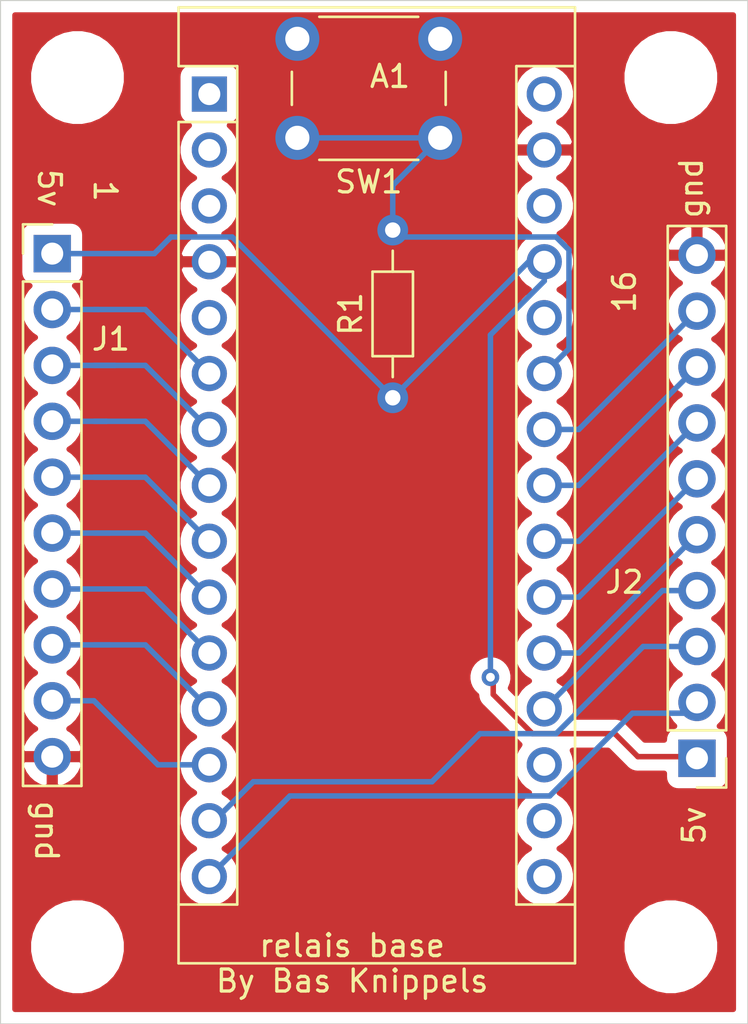
<source format=kicad_pcb>
(kicad_pcb (version 20171130) (host pcbnew "(5.1.12)-1")

  (general
    (thickness 1.6)
    (drawings 11)
    (tracks 82)
    (zones 0)
    (modules 9)
    (nets 30)
  )

  (page A4)
  (layers
    (0 F.Cu signal)
    (31 B.Cu signal)
    (32 B.Adhes user)
    (33 F.Adhes user)
    (34 B.Paste user)
    (35 F.Paste user)
    (36 B.SilkS user)
    (37 F.SilkS user)
    (38 B.Mask user)
    (39 F.Mask user)
    (40 Dwgs.User user)
    (41 Cmts.User user)
    (42 Eco1.User user)
    (43 Eco2.User user)
    (44 Edge.Cuts user)
    (45 Margin user)
    (46 B.CrtYd user)
    (47 F.CrtYd user)
    (48 B.Fab user hide)
    (49 F.Fab user hide)
  )

  (setup
    (last_trace_width 0.25)
    (trace_clearance 0.2)
    (zone_clearance 0.508)
    (zone_45_only no)
    (trace_min 0.2)
    (via_size 0.8)
    (via_drill 0.4)
    (via_min_size 0.4)
    (via_min_drill 0.3)
    (uvia_size 0.3)
    (uvia_drill 0.1)
    (uvias_allowed no)
    (uvia_min_size 0.2)
    (uvia_min_drill 0.1)
    (edge_width 0.05)
    (segment_width 0.2)
    (pcb_text_width 0.3)
    (pcb_text_size 1.5 1.5)
    (mod_edge_width 0.12)
    (mod_text_size 1 1)
    (mod_text_width 0.15)
    (pad_size 1.524 1.524)
    (pad_drill 0.762)
    (pad_to_mask_clearance 0)
    (aux_axis_origin 0 0)
    (visible_elements 7FFFFFFF)
    (pcbplotparams
      (layerselection 0x010fc_ffffffff)
      (usegerberextensions false)
      (usegerberattributes true)
      (usegerberadvancedattributes true)
      (creategerberjobfile true)
      (excludeedgelayer true)
      (linewidth 0.100000)
      (plotframeref false)
      (viasonmask false)
      (mode 1)
      (useauxorigin false)
      (hpglpennumber 1)
      (hpglpenspeed 20)
      (hpglpendiameter 15.000000)
      (psnegative false)
      (psa4output false)
      (plotreference true)
      (plotvalue true)
      (plotinvisibletext false)
      (padsonsilk false)
      (subtractmaskfromsilk false)
      (outputformat 1)
      (mirror false)
      (drillshape 1)
      (scaleselection 1)
      (outputdirectory ""))
  )

  (net 0 "")
  (net 1 "Net-(A1-Pad16)")
  (net 2 /in10)
  (net 3 "Net-(A1-Pad30)")
  (net 4 /in9)
  (net 5 GND)
  (net 6 /in8)
  (net 7 "Net-(A1-Pad28)")
  (net 8 /in7)
  (net 9 +5V)
  (net 10 /in6)
  (net 11 "Net-(A1-Pad26)")
  (net 12 /in5)
  (net 13 "Net-(A1-Pad25)")
  (net 14 /in4)
  (net 15 /in11)
  (net 16 /in3)
  (net 17 /in12)
  (net 18 /in2)
  (net 19 /in13)
  (net 20 /in1)
  (net 21 /in14)
  (net 22 "Net-(A1-Pad5)")
  (net 23 /in15)
  (net 24 /in16)
  (net 25 "Net-(A1-Pad3)")
  (net 26 "Net-(A1-Pad18)")
  (net 27 "Net-(A1-Pad2)")
  (net 28 "Net-(A1-Pad17)")
  (net 29 "Net-(A1-Pad1)")

  (net_class Default "This is the default net class."
    (clearance 0.2)
    (trace_width 0.25)
    (via_dia 0.8)
    (via_drill 0.4)
    (uvia_dia 0.3)
    (uvia_drill 0.1)
    (add_net +5V)
    (add_net /in1)
    (add_net /in10)
    (add_net /in11)
    (add_net /in12)
    (add_net /in13)
    (add_net /in14)
    (add_net /in15)
    (add_net /in16)
    (add_net /in2)
    (add_net /in3)
    (add_net /in4)
    (add_net /in5)
    (add_net /in6)
    (add_net /in7)
    (add_net /in8)
    (add_net /in9)
    (add_net GND)
    (add_net "Net-(A1-Pad1)")
    (add_net "Net-(A1-Pad16)")
    (add_net "Net-(A1-Pad17)")
    (add_net "Net-(A1-Pad18)")
    (add_net "Net-(A1-Pad2)")
    (add_net "Net-(A1-Pad25)")
    (add_net "Net-(A1-Pad26)")
    (add_net "Net-(A1-Pad28)")
    (add_net "Net-(A1-Pad3)")
    (add_net "Net-(A1-Pad30)")
    (add_net "Net-(A1-Pad5)")
  )

  (module Button_Switch_THT:SW_PUSH_6mm_H4.3mm (layer F.Cu) (tedit 5A02FE31) (tstamp 6231092A)
    (at 167.005 78.74 180)
    (descr "tactile push button, 6x6mm e.g. PHAP33xx series, height=4.3mm")
    (tags "tact sw push 6mm")
    (path /6233BABC)
    (fp_text reference SW1 (at 3.25 -2) (layer F.SilkS)
      (effects (font (size 1 1) (thickness 0.15)))
    )
    (fp_text value SW_SPST (at 3.75 6.7) (layer F.Fab)
      (effects (font (size 1 1) (thickness 0.15)))
    )
    (fp_text user %R (at 3.25 2.25) (layer F.Fab)
      (effects (font (size 1 1) (thickness 0.15)))
    )
    (fp_line (start 3.25 -0.75) (end 6.25 -0.75) (layer F.Fab) (width 0.1))
    (fp_line (start 6.25 -0.75) (end 6.25 5.25) (layer F.Fab) (width 0.1))
    (fp_line (start 6.25 5.25) (end 0.25 5.25) (layer F.Fab) (width 0.1))
    (fp_line (start 0.25 5.25) (end 0.25 -0.75) (layer F.Fab) (width 0.1))
    (fp_line (start 0.25 -0.75) (end 3.25 -0.75) (layer F.Fab) (width 0.1))
    (fp_line (start 7.75 6) (end 8 6) (layer F.CrtYd) (width 0.05))
    (fp_line (start 8 6) (end 8 5.75) (layer F.CrtYd) (width 0.05))
    (fp_line (start 7.75 -1.5) (end 8 -1.5) (layer F.CrtYd) (width 0.05))
    (fp_line (start 8 -1.5) (end 8 -1.25) (layer F.CrtYd) (width 0.05))
    (fp_line (start -1.5 -1.25) (end -1.5 -1.5) (layer F.CrtYd) (width 0.05))
    (fp_line (start -1.5 -1.5) (end -1.25 -1.5) (layer F.CrtYd) (width 0.05))
    (fp_line (start -1.5 5.75) (end -1.5 6) (layer F.CrtYd) (width 0.05))
    (fp_line (start -1.5 6) (end -1.25 6) (layer F.CrtYd) (width 0.05))
    (fp_line (start -1.25 -1.5) (end 7.75 -1.5) (layer F.CrtYd) (width 0.05))
    (fp_line (start -1.5 5.75) (end -1.5 -1.25) (layer F.CrtYd) (width 0.05))
    (fp_line (start 7.75 6) (end -1.25 6) (layer F.CrtYd) (width 0.05))
    (fp_line (start 8 -1.25) (end 8 5.75) (layer F.CrtYd) (width 0.05))
    (fp_line (start 1 5.5) (end 5.5 5.5) (layer F.SilkS) (width 0.12))
    (fp_line (start -0.25 1.5) (end -0.25 3) (layer F.SilkS) (width 0.12))
    (fp_line (start 5.5 -1) (end 1 -1) (layer F.SilkS) (width 0.12))
    (fp_line (start 6.75 3) (end 6.75 1.5) (layer F.SilkS) (width 0.12))
    (fp_circle (center 3.25 2.25) (end 1.25 2.5) (layer F.Fab) (width 0.1))
    (pad 1 thru_hole circle (at 6.5 0 270) (size 2 2) (drill 1.1) (layers *.Cu *.Mask)
      (net 13 "Net-(A1-Pad25)"))
    (pad 2 thru_hole circle (at 6.5 4.5 270) (size 2 2) (drill 1.1) (layers *.Cu *.Mask)
      (net 5 GND))
    (pad 1 thru_hole circle (at 0 0 270) (size 2 2) (drill 1.1) (layers *.Cu *.Mask)
      (net 13 "Net-(A1-Pad25)"))
    (pad 2 thru_hole circle (at 0 4.5 270) (size 2 2) (drill 1.1) (layers *.Cu *.Mask)
      (net 5 GND))
    (model ${KISYS3DMOD}/Button_Switch_THT.3dshapes/SW_PUSH_6mm_H4.3mm.wrl
      (at (xyz 0 0 0))
      (scale (xyz 1 1 1))
      (rotate (xyz 0 0 0))
    )
  )

  (module Resistor_THT:R_Axial_DIN0204_L3.6mm_D1.6mm_P7.62mm_Horizontal (layer F.Cu) (tedit 5AE5139B) (tstamp 62310650)
    (at 164.846 90.551 90)
    (descr "Resistor, Axial_DIN0204 series, Axial, Horizontal, pin pitch=7.62mm, 0.167W, length*diameter=3.6*1.6mm^2, http://cdn-reichelt.de/documents/datenblatt/B400/1_4W%23YAG.pdf")
    (tags "Resistor Axial_DIN0204 series Axial Horizontal pin pitch 7.62mm 0.167W length 3.6mm diameter 1.6mm")
    (path /62335F83)
    (fp_text reference R1 (at 3.81 -1.92 90) (layer F.SilkS)
      (effects (font (size 1 1) (thickness 0.15)))
    )
    (fp_text value R (at 3.81 1.92 90) (layer F.Fab)
      (effects (font (size 1 1) (thickness 0.15)))
    )
    (fp_text user %R (at 3.81 0 90) (layer F.Fab)
      (effects (font (size 0.72 0.72) (thickness 0.108)))
    )
    (fp_line (start 2.01 -0.8) (end 2.01 0.8) (layer F.Fab) (width 0.1))
    (fp_line (start 2.01 0.8) (end 5.61 0.8) (layer F.Fab) (width 0.1))
    (fp_line (start 5.61 0.8) (end 5.61 -0.8) (layer F.Fab) (width 0.1))
    (fp_line (start 5.61 -0.8) (end 2.01 -0.8) (layer F.Fab) (width 0.1))
    (fp_line (start 0 0) (end 2.01 0) (layer F.Fab) (width 0.1))
    (fp_line (start 7.62 0) (end 5.61 0) (layer F.Fab) (width 0.1))
    (fp_line (start 1.89 -0.92) (end 1.89 0.92) (layer F.SilkS) (width 0.12))
    (fp_line (start 1.89 0.92) (end 5.73 0.92) (layer F.SilkS) (width 0.12))
    (fp_line (start 5.73 0.92) (end 5.73 -0.92) (layer F.SilkS) (width 0.12))
    (fp_line (start 5.73 -0.92) (end 1.89 -0.92) (layer F.SilkS) (width 0.12))
    (fp_line (start 0.94 0) (end 1.89 0) (layer F.SilkS) (width 0.12))
    (fp_line (start 6.68 0) (end 5.73 0) (layer F.SilkS) (width 0.12))
    (fp_line (start -0.95 -1.05) (end -0.95 1.05) (layer F.CrtYd) (width 0.05))
    (fp_line (start -0.95 1.05) (end 8.57 1.05) (layer F.CrtYd) (width 0.05))
    (fp_line (start 8.57 1.05) (end 8.57 -1.05) (layer F.CrtYd) (width 0.05))
    (fp_line (start 8.57 -1.05) (end -0.95 -1.05) (layer F.CrtYd) (width 0.05))
    (pad 2 thru_hole oval (at 7.62 0 90) (size 1.4 1.4) (drill 0.7) (layers *.Cu *.Mask)
      (net 13 "Net-(A1-Pad25)"))
    (pad 1 thru_hole circle (at 0 0 90) (size 1.4 1.4) (drill 0.7) (layers *.Cu *.Mask)
      (net 9 +5V))
    (model ${KISYS3DMOD}/Resistor_THT.3dshapes/R_Axial_DIN0204_L3.6mm_D1.6mm_P7.62mm_Horizontal.wrl
      (at (xyz 0 0 0))
      (scale (xyz 1 1 1))
      (rotate (xyz 0 0 0))
    )
  )

  (module MountingHole:MountingHole_3.2mm_M3 (layer F.Cu) (tedit 56D1B4CB) (tstamp 6230C326)
    (at 150.5 76)
    (descr "Mounting Hole 3.2mm, no annular, M3")
    (tags "mounting hole 3.2mm no annular m3")
    (attr virtual)
    (fp_text reference REF** (at 0 -4.2) (layer F.Fab)
      (effects (font (size 1 1) (thickness 0.15)))
    )
    (fp_text value MountingHole_3.2mm_M3 (at 0 4.2) (layer F.Fab)
      (effects (font (size 1 1) (thickness 0.15)))
    )
    (fp_circle (center 0 0) (end 3.45 0) (layer F.CrtYd) (width 0.05))
    (fp_circle (center 0 0) (end 3.2 0) (layer Cmts.User) (width 0.15))
    (fp_text user %R (at 0.3 0) (layer F.Fab)
      (effects (font (size 1 1) (thickness 0.15)))
    )
    (pad 1 np_thru_hole circle (at 0 0) (size 3.2 3.2) (drill 3.2) (layers *.Cu *.Mask))
  )

  (module MountingHole:MountingHole_3.2mm_M3 (layer F.Cu) (tedit 56D1B4CB) (tstamp 6230C326)
    (at 150.5 115.5)
    (descr "Mounting Hole 3.2mm, no annular, M3")
    (tags "mounting hole 3.2mm no annular m3")
    (attr virtual)
    (fp_text reference REF** (at 0 -4.2) (layer F.Fab)
      (effects (font (size 1 1) (thickness 0.15)))
    )
    (fp_text value MountingHole_3.2mm_M3 (at 0 4.2) (layer F.Fab)
      (effects (font (size 1 1) (thickness 0.15)))
    )
    (fp_circle (center 0 0) (end 3.45 0) (layer F.CrtYd) (width 0.05))
    (fp_circle (center 0 0) (end 3.2 0) (layer Cmts.User) (width 0.15))
    (fp_text user %R (at 0.3 0) (layer F.Fab)
      (effects (font (size 1 1) (thickness 0.15)))
    )
    (pad 1 np_thru_hole circle (at 0 0) (size 3.2 3.2) (drill 3.2) (layers *.Cu *.Mask))
  )

  (module MountingHole:MountingHole_3.2mm_M3 (layer F.Cu) (tedit 56D1B4CB) (tstamp 6230C326)
    (at 177.5 115.5)
    (descr "Mounting Hole 3.2mm, no annular, M3")
    (tags "mounting hole 3.2mm no annular m3")
    (attr virtual)
    (fp_text reference REF** (at 0 -4.2) (layer F.Fab)
      (effects (font (size 1 1) (thickness 0.15)))
    )
    (fp_text value MountingHole_3.2mm_M3 (at 0 4.2) (layer F.Fab)
      (effects (font (size 1 1) (thickness 0.15)))
    )
    (fp_circle (center 0 0) (end 3.45 0) (layer F.CrtYd) (width 0.05))
    (fp_circle (center 0 0) (end 3.2 0) (layer Cmts.User) (width 0.15))
    (fp_text user %R (at 0.3 0) (layer F.Fab)
      (effects (font (size 1 1) (thickness 0.15)))
    )
    (pad 1 np_thru_hole circle (at 0 0) (size 3.2 3.2) (drill 3.2) (layers *.Cu *.Mask))
  )

  (module MountingHole:MountingHole_3.2mm_M3 (layer F.Cu) (tedit 56D1B4CB) (tstamp 6230C31C)
    (at 177.5 76)
    (descr "Mounting Hole 3.2mm, no annular, M3")
    (tags "mounting hole 3.2mm no annular m3")
    (attr virtual)
    (fp_text reference REF** (at 0 -4.2) (layer F.Fab)
      (effects (font (size 1 1) (thickness 0.15)))
    )
    (fp_text value MountingHole_3.2mm_M3 (at 0 4.2) (layer F.Fab)
      (effects (font (size 1 1) (thickness 0.15)))
    )
    (fp_circle (center 0 0) (end 3.45 0) (layer F.CrtYd) (width 0.05))
    (fp_circle (center 0 0) (end 3.2 0) (layer Cmts.User) (width 0.15))
    (fp_text user %R (at 0.3 0) (layer F.Fab)
      (effects (font (size 1 1) (thickness 0.15)))
    )
    (pad 1 np_thru_hole circle (at 0 0) (size 3.2 3.2) (drill 3.2) (layers *.Cu *.Mask))
  )

  (module Connector_PinHeader_2.54mm:PinHeader_1x10_P2.54mm_Vertical (layer F.Cu) (tedit 59FED5CC) (tstamp 6230B3A3)
    (at 178.689 106.934 180)
    (descr "Through hole straight pin header, 1x10, 2.54mm pitch, single row")
    (tags "Through hole pin header THT 1x10 2.54mm single row")
    (path /62310C72)
    (fp_text reference J2 (at 3.302 8.001) (layer F.SilkS)
      (effects (font (size 1 1) (thickness 0.15)))
    )
    (fp_text value Conn_01x10_Male (at 0 25.19) (layer F.Fab)
      (effects (font (size 1 1) (thickness 0.15)))
    )
    (fp_line (start 1.8 -1.8) (end -1.8 -1.8) (layer F.CrtYd) (width 0.05))
    (fp_line (start 1.8 24.65) (end 1.8 -1.8) (layer F.CrtYd) (width 0.05))
    (fp_line (start -1.8 24.65) (end 1.8 24.65) (layer F.CrtYd) (width 0.05))
    (fp_line (start -1.8 -1.8) (end -1.8 24.65) (layer F.CrtYd) (width 0.05))
    (fp_line (start -1.33 -1.33) (end 0 -1.33) (layer F.SilkS) (width 0.12))
    (fp_line (start -1.33 0) (end -1.33 -1.33) (layer F.SilkS) (width 0.12))
    (fp_line (start -1.33 1.27) (end 1.33 1.27) (layer F.SilkS) (width 0.12))
    (fp_line (start 1.33 1.27) (end 1.33 24.19) (layer F.SilkS) (width 0.12))
    (fp_line (start -1.33 1.27) (end -1.33 24.19) (layer F.SilkS) (width 0.12))
    (fp_line (start -1.33 24.19) (end 1.33 24.19) (layer F.SilkS) (width 0.12))
    (fp_line (start -1.27 -0.635) (end -0.635 -1.27) (layer F.Fab) (width 0.1))
    (fp_line (start -1.27 24.13) (end -1.27 -0.635) (layer F.Fab) (width 0.1))
    (fp_line (start 1.27 24.13) (end -1.27 24.13) (layer F.Fab) (width 0.1))
    (fp_line (start 1.27 -1.27) (end 1.27 24.13) (layer F.Fab) (width 0.1))
    (fp_line (start -0.635 -1.27) (end 1.27 -1.27) (layer F.Fab) (width 0.1))
    (fp_text user %R (at 0 11.43 90) (layer F.Fab)
      (effects (font (size 1 1) (thickness 0.15)))
    )
    (pad 10 thru_hole oval (at 0 22.86 180) (size 1.7 1.7) (drill 1) (layers *.Cu *.Mask)
      (net 5 GND))
    (pad 9 thru_hole oval (at 0 20.32 180) (size 1.7 1.7) (drill 1) (layers *.Cu *.Mask)
      (net 4 /in9))
    (pad 8 thru_hole oval (at 0 17.78 180) (size 1.7 1.7) (drill 1) (layers *.Cu *.Mask)
      (net 2 /in10))
    (pad 7 thru_hole oval (at 0 15.24 180) (size 1.7 1.7) (drill 1) (layers *.Cu *.Mask)
      (net 15 /in11))
    (pad 6 thru_hole oval (at 0 12.7 180) (size 1.7 1.7) (drill 1) (layers *.Cu *.Mask)
      (net 17 /in12))
    (pad 5 thru_hole oval (at 0 10.16 180) (size 1.7 1.7) (drill 1) (layers *.Cu *.Mask)
      (net 19 /in13))
    (pad 4 thru_hole oval (at 0 7.62 180) (size 1.7 1.7) (drill 1) (layers *.Cu *.Mask)
      (net 21 /in14))
    (pad 3 thru_hole oval (at 0 5.08 180) (size 1.7 1.7) (drill 1) (layers *.Cu *.Mask)
      (net 23 /in15))
    (pad 2 thru_hole oval (at 0 2.54 180) (size 1.7 1.7) (drill 1) (layers *.Cu *.Mask)
      (net 24 /in16))
    (pad 1 thru_hole rect (at 0 0 180) (size 1.7 1.7) (drill 1) (layers *.Cu *.Mask)
      (net 9 +5V))
    (model ${KISYS3DMOD}/Connector_PinHeader_2.54mm.3dshapes/PinHeader_1x10_P2.54mm_Vertical.wrl
      (at (xyz 0 0 0))
      (scale (xyz 1 1 1))
      (rotate (xyz 0 0 0))
    )
  )

  (module Connector_PinHeader_2.54mm:PinHeader_1x10_P2.54mm_Vertical (layer F.Cu) (tedit 59FED5CC) (tstamp 6230B385)
    (at 149.352 84)
    (descr "Through hole straight pin header, 1x10, 2.54mm pitch, single row")
    (tags "Through hole pin header THT 1x10 2.54mm single row")
    (path /6230664F)
    (fp_text reference J1 (at 2.667 3.884) (layer F.SilkS)
      (effects (font (size 1 1) (thickness 0.15)))
    )
    (fp_text value Conn_01x10_Male (at 0 25.19) (layer F.Fab)
      (effects (font (size 1 1) (thickness 0.15)))
    )
    (fp_line (start 1.8 -1.8) (end -1.8 -1.8) (layer F.CrtYd) (width 0.05))
    (fp_line (start 1.8 24.65) (end 1.8 -1.8) (layer F.CrtYd) (width 0.05))
    (fp_line (start -1.8 24.65) (end 1.8 24.65) (layer F.CrtYd) (width 0.05))
    (fp_line (start -1.8 -1.8) (end -1.8 24.65) (layer F.CrtYd) (width 0.05))
    (fp_line (start -1.33 -1.33) (end 0 -1.33) (layer F.SilkS) (width 0.12))
    (fp_line (start -1.33 0) (end -1.33 -1.33) (layer F.SilkS) (width 0.12))
    (fp_line (start -1.33 1.27) (end 1.33 1.27) (layer F.SilkS) (width 0.12))
    (fp_line (start 1.33 1.27) (end 1.33 24.19) (layer F.SilkS) (width 0.12))
    (fp_line (start -1.33 1.27) (end -1.33 24.19) (layer F.SilkS) (width 0.12))
    (fp_line (start -1.33 24.19) (end 1.33 24.19) (layer F.SilkS) (width 0.12))
    (fp_line (start -1.27 -0.635) (end -0.635 -1.27) (layer F.Fab) (width 0.1))
    (fp_line (start -1.27 24.13) (end -1.27 -0.635) (layer F.Fab) (width 0.1))
    (fp_line (start 1.27 24.13) (end -1.27 24.13) (layer F.Fab) (width 0.1))
    (fp_line (start 1.27 -1.27) (end 1.27 24.13) (layer F.Fab) (width 0.1))
    (fp_line (start -0.635 -1.27) (end 1.27 -1.27) (layer F.Fab) (width 0.1))
    (fp_text user %R (at -1.03 11.7 90) (layer F.Fab)
      (effects (font (size 1 1) (thickness 0.15)))
    )
    (pad 10 thru_hole oval (at 0 22.86) (size 1.7 1.7) (drill 1) (layers *.Cu *.Mask)
      (net 5 GND))
    (pad 9 thru_hole oval (at 0 20.32) (size 1.7 1.7) (drill 1) (layers *.Cu *.Mask)
      (net 20 /in1))
    (pad 8 thru_hole oval (at 0 17.78) (size 1.7 1.7) (drill 1) (layers *.Cu *.Mask)
      (net 18 /in2))
    (pad 7 thru_hole oval (at 0 15.24) (size 1.7 1.7) (drill 1) (layers *.Cu *.Mask)
      (net 16 /in3))
    (pad 6 thru_hole oval (at 0 12.7) (size 1.7 1.7) (drill 1) (layers *.Cu *.Mask)
      (net 14 /in4))
    (pad 5 thru_hole oval (at 0 10.16) (size 1.7 1.7) (drill 1) (layers *.Cu *.Mask)
      (net 12 /in5))
    (pad 4 thru_hole oval (at 0 7.62) (size 1.7 1.7) (drill 1) (layers *.Cu *.Mask)
      (net 10 /in6))
    (pad 3 thru_hole oval (at 0 5.08) (size 1.7 1.7) (drill 1) (layers *.Cu *.Mask)
      (net 8 /in7))
    (pad 2 thru_hole oval (at 0 2.54) (size 1.7 1.7) (drill 1) (layers *.Cu *.Mask)
      (net 6 /in8))
    (pad 1 thru_hole rect (at 0 0) (size 1.7 1.7) (drill 1) (layers *.Cu *.Mask)
      (net 9 +5V))
    (model ${KISYS3DMOD}/Connector_PinHeader_2.54mm.3dshapes/PinHeader_1x10_P2.54mm_Vertical.wrl
      (at (xyz 0 0 0))
      (scale (xyz 1 1 1))
      (rotate (xyz 0 0 0))
    )
  )

  (module Module:Arduino_Nano (layer F.Cu) (tedit 58ACAF70) (tstamp 62305519)
    (at 156.5 76.75)
    (descr "Arduino Nano, http://www.mouser.com/pdfdocs/Gravitech_Arduino_Nano3_0.pdf")
    (tags "Arduino Nano")
    (path /6230B0FB)
    (fp_text reference A1 (at 8.219 -0.804) (layer F.SilkS)
      (effects (font (size 1 1) (thickness 0.15)))
    )
    (fp_text value Arduino_Nano_v3.x (at 8.89 19.05 90) (layer F.Fab)
      (effects (font (size 1 1) (thickness 0.15)))
    )
    (fp_line (start 16.75 42.16) (end -1.53 42.16) (layer F.CrtYd) (width 0.05))
    (fp_line (start 16.75 42.16) (end 16.75 -4.06) (layer F.CrtYd) (width 0.05))
    (fp_line (start -1.53 -4.06) (end -1.53 42.16) (layer F.CrtYd) (width 0.05))
    (fp_line (start -1.53 -4.06) (end 16.75 -4.06) (layer F.CrtYd) (width 0.05))
    (fp_line (start 16.51 -3.81) (end 16.51 39.37) (layer F.Fab) (width 0.1))
    (fp_line (start 0 -3.81) (end 16.51 -3.81) (layer F.Fab) (width 0.1))
    (fp_line (start -1.27 -2.54) (end 0 -3.81) (layer F.Fab) (width 0.1))
    (fp_line (start -1.27 39.37) (end -1.27 -2.54) (layer F.Fab) (width 0.1))
    (fp_line (start 16.51 39.37) (end -1.27 39.37) (layer F.Fab) (width 0.1))
    (fp_line (start 16.64 -3.94) (end -1.4 -3.94) (layer F.SilkS) (width 0.12))
    (fp_line (start 16.64 39.5) (end 16.64 -3.94) (layer F.SilkS) (width 0.12))
    (fp_line (start -1.4 39.5) (end 16.64 39.5) (layer F.SilkS) (width 0.12))
    (fp_line (start 3.81 41.91) (end 3.81 31.75) (layer F.Fab) (width 0.1))
    (fp_line (start 11.43 41.91) (end 3.81 41.91) (layer F.Fab) (width 0.1))
    (fp_line (start 11.43 31.75) (end 11.43 41.91) (layer F.Fab) (width 0.1))
    (fp_line (start 3.81 31.75) (end 11.43 31.75) (layer F.Fab) (width 0.1))
    (fp_line (start 1.27 36.83) (end -1.4 36.83) (layer F.SilkS) (width 0.12))
    (fp_line (start 1.27 1.27) (end 1.27 36.83) (layer F.SilkS) (width 0.12))
    (fp_line (start 1.27 1.27) (end -1.4 1.27) (layer F.SilkS) (width 0.12))
    (fp_line (start 13.97 36.83) (end 16.64 36.83) (layer F.SilkS) (width 0.12))
    (fp_line (start 13.97 -1.27) (end 13.97 36.83) (layer F.SilkS) (width 0.12))
    (fp_line (start 13.97 -1.27) (end 16.64 -1.27) (layer F.SilkS) (width 0.12))
    (fp_line (start -1.4 -3.94) (end -1.4 -1.27) (layer F.SilkS) (width 0.12))
    (fp_line (start -1.4 1.27) (end -1.4 39.5) (layer F.SilkS) (width 0.12))
    (fp_line (start 1.27 -1.27) (end -1.4 -1.27) (layer F.SilkS) (width 0.12))
    (fp_line (start 1.27 1.27) (end 1.27 -1.27) (layer F.SilkS) (width 0.12))
    (fp_text user %R (at 6.35 19.05 90) (layer F.Fab)
      (effects (font (size 1 1) (thickness 0.15)))
    )
    (pad 16 thru_hole oval (at 15.24 35.56) (size 1.6 1.6) (drill 1) (layers *.Cu *.Mask)
      (net 1 "Net-(A1-Pad16)"))
    (pad 15 thru_hole oval (at 0 35.56) (size 1.6 1.6) (drill 1) (layers *.Cu *.Mask)
      (net 24 /in16))
    (pad 30 thru_hole oval (at 15.24 0) (size 1.6 1.6) (drill 1) (layers *.Cu *.Mask)
      (net 3 "Net-(A1-Pad30)"))
    (pad 14 thru_hole oval (at 0 33.02) (size 1.6 1.6) (drill 1) (layers *.Cu *.Mask)
      (net 23 /in15))
    (pad 29 thru_hole oval (at 15.24 2.54) (size 1.6 1.6) (drill 1) (layers *.Cu *.Mask)
      (net 5 GND))
    (pad 13 thru_hole oval (at 0 30.48) (size 1.6 1.6) (drill 1) (layers *.Cu *.Mask)
      (net 20 /in1))
    (pad 28 thru_hole oval (at 15.24 5.08) (size 1.6 1.6) (drill 1) (layers *.Cu *.Mask)
      (net 7 "Net-(A1-Pad28)"))
    (pad 12 thru_hole oval (at 0 27.94) (size 1.6 1.6) (drill 1) (layers *.Cu *.Mask)
      (net 18 /in2))
    (pad 27 thru_hole oval (at 15.24 7.62) (size 1.6 1.6) (drill 1) (layers *.Cu *.Mask)
      (net 9 +5V))
    (pad 11 thru_hole oval (at 0 25.4) (size 1.6 1.6) (drill 1) (layers *.Cu *.Mask)
      (net 16 /in3))
    (pad 26 thru_hole oval (at 15.24 10.16) (size 1.6 1.6) (drill 1) (layers *.Cu *.Mask)
      (net 11 "Net-(A1-Pad26)"))
    (pad 10 thru_hole oval (at 0 22.86) (size 1.6 1.6) (drill 1) (layers *.Cu *.Mask)
      (net 14 /in4))
    (pad 25 thru_hole oval (at 15.24 12.7) (size 1.6 1.6) (drill 1) (layers *.Cu *.Mask)
      (net 13 "Net-(A1-Pad25)"))
    (pad 9 thru_hole oval (at 0 20.32) (size 1.6 1.6) (drill 1) (layers *.Cu *.Mask)
      (net 12 /in5))
    (pad 24 thru_hole oval (at 15.24 15.24) (size 1.6 1.6) (drill 1) (layers *.Cu *.Mask)
      (net 4 /in9))
    (pad 8 thru_hole oval (at 0 17.78) (size 1.6 1.6) (drill 1) (layers *.Cu *.Mask)
      (net 10 /in6))
    (pad 23 thru_hole oval (at 15.24 17.78) (size 1.6 1.6) (drill 1) (layers *.Cu *.Mask)
      (net 2 /in10))
    (pad 7 thru_hole oval (at 0 15.24) (size 1.6 1.6) (drill 1) (layers *.Cu *.Mask)
      (net 8 /in7))
    (pad 22 thru_hole oval (at 15.24 20.32) (size 1.6 1.6) (drill 1) (layers *.Cu *.Mask)
      (net 15 /in11))
    (pad 6 thru_hole oval (at 0 12.7) (size 1.6 1.6) (drill 1) (layers *.Cu *.Mask)
      (net 6 /in8))
    (pad 21 thru_hole oval (at 15.24 22.86) (size 1.6 1.6) (drill 1) (layers *.Cu *.Mask)
      (net 17 /in12))
    (pad 5 thru_hole oval (at 0 10.16) (size 1.6 1.6) (drill 1) (layers *.Cu *.Mask)
      (net 22 "Net-(A1-Pad5)"))
    (pad 20 thru_hole oval (at 15.24 25.4) (size 1.6 1.6) (drill 1) (layers *.Cu *.Mask)
      (net 19 /in13))
    (pad 4 thru_hole oval (at 0 7.62) (size 1.6 1.6) (drill 1) (layers *.Cu *.Mask)
      (net 5 GND))
    (pad 19 thru_hole oval (at 15.24 27.94) (size 1.6 1.6) (drill 1) (layers *.Cu *.Mask)
      (net 21 /in14))
    (pad 3 thru_hole oval (at 0 5.08) (size 1.6 1.6) (drill 1) (layers *.Cu *.Mask)
      (net 25 "Net-(A1-Pad3)"))
    (pad 18 thru_hole oval (at 15.24 30.48) (size 1.6 1.6) (drill 1) (layers *.Cu *.Mask)
      (net 26 "Net-(A1-Pad18)"))
    (pad 2 thru_hole oval (at 0 2.54) (size 1.6 1.6) (drill 1) (layers *.Cu *.Mask)
      (net 27 "Net-(A1-Pad2)"))
    (pad 17 thru_hole oval (at 15.24 33.02) (size 1.6 1.6) (drill 1) (layers *.Cu *.Mask)
      (net 28 "Net-(A1-Pad17)"))
    (pad 1 thru_hole rect (at 0 0) (size 1.6 1.6) (drill 1) (layers *.Cu *.Mask)
      (net 29 "Net-(A1-Pad1)"))
    (model ${KISYS3DMOD}/Module.3dshapes/Arduino_Nano_WithMountingHoles.wrl
      (at (xyz 0 0 0))
      (scale (xyz 1 1 1))
      (rotate (xyz 0 0 0))
    )
  )

  (gr_text 16 (at 175.387 85.725 90) (layer F.SilkS)
    (effects (font (size 1 1) (thickness 0.15)))
  )
  (gr_text 1 (at 151.765 81.153 270) (layer F.SilkS)
    (effects (font (size 1 1) (thickness 0.15)))
  )
  (gr_text 5v (at 149.225 81.026 270) (layer F.SilkS) (tstamp 623103AC)
    (effects (font (size 1 1) (thickness 0.15)))
  )
  (gr_text 5v (at 178.562 109.982 90) (layer F.SilkS) (tstamp 623103A0)
    (effects (font (size 1 1) (thickness 0.15)))
  )
  (gr_text gnd (at 149.098 110.236 270) (layer F.SilkS) (tstamp 623103A0)
    (effects (font (size 1 1) (thickness 0.15)))
  )
  (gr_text gnd (at 178.435 81.026 90) (layer F.SilkS)
    (effects (font (size 1 1) (thickness 0.15)))
  )
  (gr_text "relais base\nBy Bas Knippels" (at 163 116.25) (layer F.SilkS)
    (effects (font (size 1 1) (thickness 0.15)))
  )
  (gr_line (start 147 72.5) (end 147 119) (layer Edge.Cuts) (width 0.05) (tstamp 6230FF36))
  (gr_line (start 181 72.5) (end 147 72.5) (layer Edge.Cuts) (width 0.05))
  (gr_line (start 181 119) (end 181 72.5) (layer Edge.Cuts) (width 0.05))
  (gr_line (start 147 119) (end 181 119) (layer Edge.Cuts) (width 0.05))

  (segment (start 173.313 94.53) (end 178.689 89.154) (width 0.25) (layer B.Cu) (net 2))
  (segment (start 171.74 94.53) (end 173.313 94.53) (width 0.25) (layer B.Cu) (net 2))
  (segment (start 173.313 91.99) (end 178.689 86.614) (width 0.25) (layer B.Cu) (net 4))
  (segment (start 171.74 91.99) (end 173.313 91.99) (width 0.25) (layer B.Cu) (net 4))
  (segment (start 153.59 86.54) (end 156.5 89.45) (width 0.25) (layer B.Cu) (net 6))
  (segment (start 149.352 86.54) (end 151.458 86.54) (width 0.25) (layer B.Cu) (net 6))
  (segment (start 151.458 86.54) (end 153.59 86.54) (width 0.25) (layer B.Cu) (net 6))
  (segment (start 151.25 86.54) (end 151.458 86.54) (width 0.25) (layer B.Cu) (net 6))
  (segment (start 156.5 91.99) (end 153.59 89.08) (width 0.25) (layer B.Cu) (net 8))
  (segment (start 149.352 89.08) (end 152.199 89.08) (width 0.25) (layer B.Cu) (net 8))
  (segment (start 152.199 89.08) (end 151.25 89.08) (width 0.25) (layer B.Cu) (net 8))
  (segment (start 153.59 89.08) (end 152.199 89.08) (width 0.25) (layer B.Cu) (net 8))
  (segment (start 171.199999 105.815001) (end 169.418 104.033002) (width 0.25) (layer F.Cu) (net 9))
  (segment (start 174.955001 105.815001) (end 171.199999 105.815001) (width 0.25) (layer F.Cu) (net 9))
  (segment (start 176 106.86) (end 174.955001 105.815001) (width 0.25) (layer F.Cu) (net 9))
  (via (at 169.291 103.251) (size 0.8) (drill 0.4) (layers F.Cu B.Cu) (net 9))
  (segment (start 169.418 103.378) (end 169.291 103.251) (width 0.25) (layer F.Cu) (net 9))
  (segment (start 169.418 104.033002) (end 169.418 103.378) (width 0.25) (layer F.Cu) (net 9))
  (segment (start 169.291 87.693998) (end 171.74 85.244998) (width 0.25) (layer B.Cu) (net 9))
  (segment (start 171.74 85.244998) (end 171.74 84.37) (width 0.25) (layer B.Cu) (net 9))
  (segment (start 169.291 103.251) (end 169.291 87.693998) (width 0.25) (layer B.Cu) (net 9))
  (segment (start 178.615 106.86) (end 178.689 106.934) (width 0.25) (layer F.Cu) (net 9))
  (segment (start 176 106.86) (end 178.615 106.86) (width 0.25) (layer F.Cu) (net 9))
  (segment (start 171.027 84.37) (end 171.74 84.37) (width 0.25) (layer B.Cu) (net 9))
  (segment (start 164.846 90.551) (end 171.027 84.37) (width 0.25) (layer B.Cu) (net 9))
  (segment (start 151.25 84) (end 149.352 84) (width 0.25) (layer B.Cu) (net 9))
  (segment (start 153.998 84) (end 151.25 84) (width 0.25) (layer B.Cu) (net 9))
  (segment (start 154.753001 83.244999) (end 153.998 84) (width 0.25) (layer B.Cu) (net 9))
  (segment (start 157.539999 83.244999) (end 154.753001 83.244999) (width 0.25) (layer B.Cu) (net 9))
  (segment (start 164.846 90.551) (end 157.539999 83.244999) (width 0.25) (layer B.Cu) (net 9))
  (segment (start 153.59 91.62) (end 156.5 94.53) (width 0.25) (layer B.Cu) (net 10))
  (segment (start 149.352 91.62) (end 151.818 91.62) (width 0.25) (layer B.Cu) (net 10))
  (segment (start 151.818 91.62) (end 153.59 91.62) (width 0.25) (layer B.Cu) (net 10))
  (segment (start 151.25 91.62) (end 151.818 91.62) (width 0.25) (layer B.Cu) (net 10))
  (segment (start 156.5 97.07) (end 153.59 94.16) (width 0.25) (layer B.Cu) (net 12))
  (segment (start 151.945 94.16) (end 149.352 94.16) (width 0.25) (layer B.Cu) (net 12))
  (segment (start 153.59 94.16) (end 151.945 94.16) (width 0.25) (layer B.Cu) (net 12))
  (segment (start 151.945 94.16) (end 151.25 94.16) (width 0.25) (layer B.Cu) (net 12))
  (segment (start 164.846 80.899) (end 167.005 78.74) (width 0.25) (layer B.Cu) (net 13))
  (segment (start 164.846 82.931) (end 164.846 80.899) (width 0.25) (layer B.Cu) (net 13))
  (segment (start 167.005 78.74) (end 160.505 78.74) (width 0.25) (layer B.Cu) (net 13))
  (segment (start 172.865001 88.324999) (end 171.74 89.45) (width 0.25) (layer B.Cu) (net 13))
  (segment (start 172.865001 83.829999) (end 172.865001 88.324999) (width 0.25) (layer B.Cu) (net 13))
  (segment (start 172.280001 83.244999) (end 172.865001 83.829999) (width 0.25) (layer B.Cu) (net 13))
  (segment (start 165.159999 83.244999) (end 172.280001 83.244999) (width 0.25) (layer B.Cu) (net 13))
  (segment (start 164.846 82.931) (end 165.159999 83.244999) (width 0.25) (layer B.Cu) (net 13))
  (segment (start 153.59 96.7) (end 156.5 99.61) (width 0.25) (layer B.Cu) (net 14))
  (segment (start 149.352 96.7) (end 151.966 96.7) (width 0.25) (layer B.Cu) (net 14))
  (segment (start 151.966 96.7) (end 153.59 96.7) (width 0.25) (layer B.Cu) (net 14))
  (segment (start 151.25 96.7) (end 151.966 96.7) (width 0.25) (layer B.Cu) (net 14))
  (segment (start 173.313 97.07) (end 178.689 91.694) (width 0.25) (layer B.Cu) (net 15))
  (segment (start 171.74 97.07) (end 173.313 97.07) (width 0.25) (layer B.Cu) (net 15))
  (segment (start 156.5 102.15) (end 153.59 99.24) (width 0.25) (layer B.Cu) (net 16))
  (segment (start 149.352 99.24) (end 152.453 99.24) (width 0.25) (layer B.Cu) (net 16))
  (segment (start 152.453 99.24) (end 151.25 99.24) (width 0.25) (layer B.Cu) (net 16))
  (segment (start 153.59 99.24) (end 152.453 99.24) (width 0.25) (layer B.Cu) (net 16))
  (segment (start 173.313 99.61) (end 178.689 94.234) (width 0.25) (layer B.Cu) (net 17))
  (segment (start 171.74 99.61) (end 173.313 99.61) (width 0.25) (layer B.Cu) (net 17))
  (segment (start 153.59 101.78) (end 156.5 104.69) (width 0.25) (layer B.Cu) (net 18))
  (segment (start 149.352 101.78) (end 151.966 101.78) (width 0.25) (layer B.Cu) (net 18))
  (segment (start 151.966 101.78) (end 153.59 101.78) (width 0.25) (layer B.Cu) (net 18))
  (segment (start 151.25 101.78) (end 151.966 101.78) (width 0.25) (layer B.Cu) (net 18))
  (segment (start 173.313 102.15) (end 178.689 96.774) (width 0.25) (layer B.Cu) (net 19))
  (segment (start 171.74 102.15) (end 173.313 102.15) (width 0.25) (layer B.Cu) (net 19))
  (segment (start 154.16 107.23) (end 156.5 107.23) (width 0.25) (layer B.Cu) (net 20))
  (segment (start 151.25 104.32) (end 154.16 107.23) (width 0.25) (layer B.Cu) (net 20))
  (segment (start 149.352 104.32) (end 151.25 104.32) (width 0.25) (layer B.Cu) (net 20))
  (segment (start 177.116 99.314) (end 178.689 99.314) (width 0.25) (layer B.Cu) (net 21))
  (segment (start 171.74 104.69) (end 177.116 99.314) (width 0.25) (layer B.Cu) (net 21))
  (segment (start 156.73 109.77) (end 156.5 109.77) (width 0.25) (layer B.Cu) (net 23))
  (segment (start 158.5 108) (end 156.73 109.77) (width 0.25) (layer B.Cu) (net 23))
  (segment (start 166.630002 108) (end 158.5 108) (width 0.25) (layer B.Cu) (net 23))
  (segment (start 174.824999 103.270003) (end 172.280001 105.815001) (width 0.25) (layer B.Cu) (net 23))
  (segment (start 168.815001 105.815001) (end 166.630002 108) (width 0.25) (layer B.Cu) (net 23))
  (segment (start 172.280001 105.815001) (end 168.815001 105.815001) (width 0.25) (layer B.Cu) (net 23))
  (segment (start 176.241002 101.854) (end 174.824999 103.270003) (width 0.25) (layer B.Cu) (net 23))
  (segment (start 178.689 101.854) (end 176.241002 101.854) (width 0.25) (layer B.Cu) (net 23))
  (segment (start 160.165001 108.644999) (end 156.5 112.31) (width 0.25) (layer B.Cu) (net 24))
  (segment (start 171.990003 108.644999) (end 160.165001 108.644999) (width 0.25) (layer B.Cu) (net 24))
  (segment (start 178.198499 104.884501) (end 178.689 104.394) (width 0.25) (layer B.Cu) (net 24))
  (segment (start 175.750501 104.884501) (end 178.198499 104.884501) (width 0.25) (layer B.Cu) (net 24))
  (segment (start 175.750501 104.884501) (end 171.990003 108.644999) (width 0.25) (layer B.Cu) (net 24))

  (zone (net 5) (net_name GND) (layer F.Cu) (tstamp 0) (hatch edge 0.508)
    (connect_pads (clearance 0.508))
    (min_thickness 0.254)
    (fill yes (arc_segments 32) (thermal_gap 0.508) (thermal_bridge_width 0.508))
    (polygon
      (pts
        (xy 180.5 118.5) (xy 147.5 118.5) (xy 147.5 73) (xy 180.5 73)
      )
    )
    (filled_polygon
      (pts
        (xy 180.34 118.34) (xy 147.66 118.34) (xy 147.66 115.279872) (xy 148.265 115.279872) (xy 148.265 115.720128)
        (xy 148.35089 116.151925) (xy 148.519369 116.558669) (xy 148.763962 116.924729) (xy 149.075271 117.236038) (xy 149.441331 117.480631)
        (xy 149.848075 117.64911) (xy 150.279872 117.735) (xy 150.720128 117.735) (xy 151.151925 117.64911) (xy 151.558669 117.480631)
        (xy 151.924729 117.236038) (xy 152.236038 116.924729) (xy 152.480631 116.558669) (xy 152.64911 116.151925) (xy 152.735 115.720128)
        (xy 152.735 115.279872) (xy 175.265 115.279872) (xy 175.265 115.720128) (xy 175.35089 116.151925) (xy 175.519369 116.558669)
        (xy 175.763962 116.924729) (xy 176.075271 117.236038) (xy 176.441331 117.480631) (xy 176.848075 117.64911) (xy 177.279872 117.735)
        (xy 177.720128 117.735) (xy 178.151925 117.64911) (xy 178.558669 117.480631) (xy 178.924729 117.236038) (xy 179.236038 116.924729)
        (xy 179.480631 116.558669) (xy 179.64911 116.151925) (xy 179.735 115.720128) (xy 179.735 115.279872) (xy 179.64911 114.848075)
        (xy 179.480631 114.441331) (xy 179.236038 114.075271) (xy 178.924729 113.763962) (xy 178.558669 113.519369) (xy 178.151925 113.35089)
        (xy 177.720128 113.265) (xy 177.279872 113.265) (xy 176.848075 113.35089) (xy 176.441331 113.519369) (xy 176.075271 113.763962)
        (xy 175.763962 114.075271) (xy 175.519369 114.441331) (xy 175.35089 114.848075) (xy 175.265 115.279872) (xy 152.735 115.279872)
        (xy 152.64911 114.848075) (xy 152.480631 114.441331) (xy 152.236038 114.075271) (xy 151.924729 113.763962) (xy 151.558669 113.519369)
        (xy 151.151925 113.35089) (xy 150.720128 113.265) (xy 150.279872 113.265) (xy 149.848075 113.35089) (xy 149.441331 113.519369)
        (xy 149.075271 113.763962) (xy 148.763962 114.075271) (xy 148.519369 114.441331) (xy 148.35089 114.848075) (xy 148.265 115.279872)
        (xy 147.66 115.279872) (xy 147.66 107.21689) (xy 147.910524 107.21689) (xy 147.955175 107.364099) (xy 148.080359 107.62692)
        (xy 148.254412 107.860269) (xy 148.470645 108.055178) (xy 148.720748 108.204157) (xy 148.995109 108.301481) (xy 149.225 108.180814)
        (xy 149.225 106.987) (xy 149.479 106.987) (xy 149.479 108.180814) (xy 149.708891 108.301481) (xy 149.983252 108.204157)
        (xy 150.233355 108.055178) (xy 150.449588 107.860269) (xy 150.623641 107.62692) (xy 150.748825 107.364099) (xy 150.793476 107.21689)
        (xy 150.672155 106.987) (xy 149.479 106.987) (xy 149.225 106.987) (xy 148.031845 106.987) (xy 147.910524 107.21689)
        (xy 147.66 107.21689) (xy 147.66 83.15) (xy 147.863928 83.15) (xy 147.863928 84.85) (xy 147.876188 84.974482)
        (xy 147.912498 85.09418) (xy 147.971463 85.204494) (xy 148.050815 85.301185) (xy 148.147506 85.380537) (xy 148.25782 85.439502)
        (xy 148.33038 85.461513) (xy 148.198525 85.593368) (xy 148.03601 85.836589) (xy 147.924068 86.106842) (xy 147.867 86.39374)
        (xy 147.867 86.68626) (xy 147.924068 86.973158) (xy 148.03601 87.243411) (xy 148.198525 87.486632) (xy 148.405368 87.693475)
        (xy 148.57976 87.81) (xy 148.405368 87.926525) (xy 148.198525 88.133368) (xy 148.03601 88.376589) (xy 147.924068 88.646842)
        (xy 147.867 88.93374) (xy 147.867 89.22626) (xy 147.924068 89.513158) (xy 148.03601 89.783411) (xy 148.198525 90.026632)
        (xy 148.405368 90.233475) (xy 148.57976 90.35) (xy 148.405368 90.466525) (xy 148.198525 90.673368) (xy 148.03601 90.916589)
        (xy 147.924068 91.186842) (xy 147.867 91.47374) (xy 147.867 91.76626) (xy 147.924068 92.053158) (xy 148.03601 92.323411)
        (xy 148.198525 92.566632) (xy 148.405368 92.773475) (xy 148.57976 92.89) (xy 148.405368 93.006525) (xy 148.198525 93.213368)
        (xy 148.03601 93.456589) (xy 147.924068 93.726842) (xy 147.867 94.01374) (xy 147.867 94.30626) (xy 147.924068 94.593158)
        (xy 148.03601 94.863411) (xy 148.198525 95.106632) (xy 148.405368 95.313475) (xy 148.57976 95.43) (xy 148.405368 95.546525)
        (xy 148.198525 95.753368) (xy 148.03601 95.996589) (xy 147.924068 96.266842) (xy 147.867 96.55374) (xy 147.867 96.84626)
        (xy 147.924068 97.133158) (xy 148.03601 97.403411) (xy 148.198525 97.646632) (xy 148.405368 97.853475) (xy 148.57976 97.97)
        (xy 148.405368 98.086525) (xy 148.198525 98.293368) (xy 148.03601 98.536589) (xy 147.924068 98.806842) (xy 147.867 99.09374)
        (xy 147.867 99.38626) (xy 147.924068 99.673158) (xy 148.03601 99.943411) (xy 148.198525 100.186632) (xy 148.405368 100.393475)
        (xy 148.57976 100.51) (xy 148.405368 100.626525) (xy 148.198525 100.833368) (xy 148.03601 101.076589) (xy 147.924068 101.346842)
        (xy 147.867 101.63374) (xy 147.867 101.92626) (xy 147.924068 102.213158) (xy 148.03601 102.483411) (xy 148.198525 102.726632)
        (xy 148.405368 102.933475) (xy 148.57976 103.05) (xy 148.405368 103.166525) (xy 148.198525 103.373368) (xy 148.03601 103.616589)
        (xy 147.924068 103.886842) (xy 147.867 104.17374) (xy 147.867 104.46626) (xy 147.924068 104.753158) (xy 148.03601 105.023411)
        (xy 148.198525 105.266632) (xy 148.405368 105.473475) (xy 148.587534 105.595195) (xy 148.470645 105.664822) (xy 148.254412 105.859731)
        (xy 148.080359 106.09308) (xy 147.955175 106.355901) (xy 147.910524 106.50311) (xy 148.031845 106.733) (xy 149.225 106.733)
        (xy 149.225 106.713) (xy 149.479 106.713) (xy 149.479 106.733) (xy 150.672155 106.733) (xy 150.793476 106.50311)
        (xy 150.748825 106.355901) (xy 150.623641 106.09308) (xy 150.449588 105.859731) (xy 150.233355 105.664822) (xy 150.116466 105.595195)
        (xy 150.298632 105.473475) (xy 150.505475 105.266632) (xy 150.66799 105.023411) (xy 150.779932 104.753158) (xy 150.837 104.46626)
        (xy 150.837 104.17374) (xy 150.779932 103.886842) (xy 150.66799 103.616589) (xy 150.505475 103.373368) (xy 150.298632 103.166525)
        (xy 150.12424 103.05) (xy 150.298632 102.933475) (xy 150.505475 102.726632) (xy 150.66799 102.483411) (xy 150.779932 102.213158)
        (xy 150.837 101.92626) (xy 150.837 101.63374) (xy 150.779932 101.346842) (xy 150.66799 101.076589) (xy 150.505475 100.833368)
        (xy 150.298632 100.626525) (xy 150.12424 100.51) (xy 150.298632 100.393475) (xy 150.505475 100.186632) (xy 150.66799 99.943411)
        (xy 150.779932 99.673158) (xy 150.837 99.38626) (xy 150.837 99.09374) (xy 150.779932 98.806842) (xy 150.66799 98.536589)
        (xy 150.505475 98.293368) (xy 150.298632 98.086525) (xy 150.12424 97.97) (xy 150.298632 97.853475) (xy 150.505475 97.646632)
        (xy 150.66799 97.403411) (xy 150.779932 97.133158) (xy 150.837 96.84626) (xy 150.837 96.55374) (xy 150.779932 96.266842)
        (xy 150.66799 95.996589) (xy 150.505475 95.753368) (xy 150.298632 95.546525) (xy 150.12424 95.43) (xy 150.298632 95.313475)
        (xy 150.505475 95.106632) (xy 150.66799 94.863411) (xy 150.779932 94.593158) (xy 150.837 94.30626) (xy 150.837 94.01374)
        (xy 150.779932 93.726842) (xy 150.66799 93.456589) (xy 150.505475 93.213368) (xy 150.298632 93.006525) (xy 150.12424 92.89)
        (xy 150.298632 92.773475) (xy 150.505475 92.566632) (xy 150.66799 92.323411) (xy 150.779932 92.053158) (xy 150.837 91.76626)
        (xy 150.837 91.47374) (xy 150.779932 91.186842) (xy 150.66799 90.916589) (xy 150.505475 90.673368) (xy 150.298632 90.466525)
        (xy 150.12424 90.35) (xy 150.298632 90.233475) (xy 150.505475 90.026632) (xy 150.66799 89.783411) (xy 150.779932 89.513158)
        (xy 150.837 89.22626) (xy 150.837 88.93374) (xy 150.779932 88.646842) (xy 150.66799 88.376589) (xy 150.505475 88.133368)
        (xy 150.298632 87.926525) (xy 150.12424 87.81) (xy 150.298632 87.693475) (xy 150.505475 87.486632) (xy 150.66799 87.243411)
        (xy 150.779932 86.973158) (xy 150.820608 86.768665) (xy 155.065 86.768665) (xy 155.065 87.051335) (xy 155.120147 87.328574)
        (xy 155.22832 87.589727) (xy 155.385363 87.824759) (xy 155.585241 88.024637) (xy 155.817759 88.18) (xy 155.585241 88.335363)
        (xy 155.385363 88.535241) (xy 155.22832 88.770273) (xy 155.120147 89.031426) (xy 155.065 89.308665) (xy 155.065 89.591335)
        (xy 155.120147 89.868574) (xy 155.22832 90.129727) (xy 155.385363 90.364759) (xy 155.585241 90.564637) (xy 155.817759 90.72)
        (xy 155.585241 90.875363) (xy 155.385363 91.075241) (xy 155.22832 91.310273) (xy 155.120147 91.571426) (xy 155.065 91.848665)
        (xy 155.065 92.131335) (xy 155.120147 92.408574) (xy 155.22832 92.669727) (xy 155.385363 92.904759) (xy 155.585241 93.104637)
        (xy 155.817759 93.26) (xy 155.585241 93.415363) (xy 155.385363 93.615241) (xy 155.22832 93.850273) (xy 155.120147 94.111426)
        (xy 155.065 94.388665) (xy 155.065 94.671335) (xy 155.120147 94.948574) (xy 155.22832 95.209727) (xy 155.385363 95.444759)
        (xy 155.585241 95.644637) (xy 155.817759 95.8) (xy 155.585241 95.955363) (xy 155.385363 96.155241) (xy 155.22832 96.390273)
        (xy 155.120147 96.651426) (xy 155.065 96.928665) (xy 155.065 97.211335) (xy 155.120147 97.488574) (xy 155.22832 97.749727)
        (xy 155.385363 97.984759) (xy 155.585241 98.184637) (xy 155.817759 98.34) (xy 155.585241 98.495363) (xy 155.385363 98.695241)
        (xy 155.22832 98.930273) (xy 155.120147 99.191426) (xy 155.065 99.468665) (xy 155.065 99.751335) (xy 155.120147 100.028574)
        (xy 155.22832 100.289727) (xy 155.385363 100.524759) (xy 155.585241 100.724637) (xy 155.817759 100.88) (xy 155.585241 101.035363)
        (xy 155.385363 101.235241) (xy 155.22832 101.470273) (xy 155.120147 101.731426) (xy 155.065 102.008665) (xy 155.065 102.291335)
        (xy 155.120147 102.568574) (xy 155.22832 102.829727) (xy 155.385363 103.064759) (xy 155.585241 103.264637) (xy 155.817759 103.42)
        (xy 155.585241 103.575363) (xy 155.385363 103.775241) (xy 155.22832 104.010273) (xy 155.120147 104.271426) (xy 155.065 104.548665)
        (xy 155.065 104.831335) (xy 155.120147 105.108574) (xy 155.22832 105.369727) (xy 155.385363 105.604759) (xy 155.585241 105.804637)
        (xy 155.817759 105.96) (xy 155.585241 106.115363) (xy 155.385363 106.315241) (xy 155.22832 106.550273) (xy 155.120147 106.811426)
        (xy 155.065 107.088665) (xy 155.065 107.371335) (xy 155.120147 107.648574) (xy 155.22832 107.909727) (xy 155.385363 108.144759)
        (xy 155.585241 108.344637) (xy 155.817759 108.5) (xy 155.585241 108.655363) (xy 155.385363 108.855241) (xy 155.22832 109.090273)
        (xy 155.120147 109.351426) (xy 155.065 109.628665) (xy 155.065 109.911335) (xy 155.120147 110.188574) (xy 155.22832 110.449727)
        (xy 155.385363 110.684759) (xy 155.585241 110.884637) (xy 155.817759 111.04) (xy 155.585241 111.195363) (xy 155.385363 111.395241)
        (xy 155.22832 111.630273) (xy 155.120147 111.891426) (xy 155.065 112.168665) (xy 155.065 112.451335) (xy 155.120147 112.728574)
        (xy 155.22832 112.989727) (xy 155.385363 113.224759) (xy 155.585241 113.424637) (xy 155.820273 113.58168) (xy 156.081426 113.689853)
        (xy 156.358665 113.745) (xy 156.641335 113.745) (xy 156.918574 113.689853) (xy 157.179727 113.58168) (xy 157.414759 113.424637)
        (xy 157.614637 113.224759) (xy 157.77168 112.989727) (xy 157.879853 112.728574) (xy 157.935 112.451335) (xy 157.935 112.168665)
        (xy 157.879853 111.891426) (xy 157.77168 111.630273) (xy 157.614637 111.395241) (xy 157.414759 111.195363) (xy 157.182241 111.04)
        (xy 157.414759 110.884637) (xy 157.614637 110.684759) (xy 157.77168 110.449727) (xy 157.879853 110.188574) (xy 157.935 109.911335)
        (xy 157.935 109.628665) (xy 157.879853 109.351426) (xy 157.77168 109.090273) (xy 157.614637 108.855241) (xy 157.414759 108.655363)
        (xy 157.182241 108.5) (xy 157.414759 108.344637) (xy 157.614637 108.144759) (xy 157.77168 107.909727) (xy 157.879853 107.648574)
        (xy 157.935 107.371335) (xy 157.935 107.088665) (xy 157.879853 106.811426) (xy 157.77168 106.550273) (xy 157.614637 106.315241)
        (xy 157.414759 106.115363) (xy 157.182241 105.96) (xy 157.414759 105.804637) (xy 157.614637 105.604759) (xy 157.77168 105.369727)
        (xy 157.879853 105.108574) (xy 157.935 104.831335) (xy 157.935 104.548665) (xy 157.879853 104.271426) (xy 157.77168 104.010273)
        (xy 157.614637 103.775241) (xy 157.414759 103.575363) (xy 157.182241 103.42) (xy 157.414759 103.264637) (xy 157.530335 103.149061)
        (xy 168.256 103.149061) (xy 168.256 103.352939) (xy 168.295774 103.552898) (xy 168.373795 103.741256) (xy 168.487063 103.910774)
        (xy 168.631226 104.054937) (xy 168.658263 104.073002) (xy 168.668997 104.181987) (xy 168.712454 104.325248) (xy 168.783026 104.457278)
        (xy 168.822871 104.505828) (xy 168.877999 104.573003) (xy 168.907003 104.596806) (xy 170.6254 106.315204) (xy 170.625363 106.315241)
        (xy 170.46832 106.550273) (xy 170.360147 106.811426) (xy 170.305 107.088665) (xy 170.305 107.371335) (xy 170.360147 107.648574)
        (xy 170.46832 107.909727) (xy 170.625363 108.144759) (xy 170.825241 108.344637) (xy 171.057759 108.5) (xy 170.825241 108.655363)
        (xy 170.625363 108.855241) (xy 170.46832 109.090273) (xy 170.360147 109.351426) (xy 170.305 109.628665) (xy 170.305 109.911335)
        (xy 170.360147 110.188574) (xy 170.46832 110.449727) (xy 170.625363 110.684759) (xy 170.825241 110.884637) (xy 171.057759 111.04)
        (xy 170.825241 111.195363) (xy 170.625363 111.395241) (xy 170.46832 111.630273) (xy 170.360147 111.891426) (xy 170.305 112.168665)
        (xy 170.305 112.451335) (xy 170.360147 112.728574) (xy 170.46832 112.989727) (xy 170.625363 113.224759) (xy 170.825241 113.424637)
        (xy 171.060273 113.58168) (xy 171.321426 113.689853) (xy 171.598665 113.745) (xy 171.881335 113.745) (xy 172.158574 113.689853)
        (xy 172.419727 113.58168) (xy 172.654759 113.424637) (xy 172.854637 113.224759) (xy 173.01168 112.989727) (xy 173.119853 112.728574)
        (xy 173.175 112.451335) (xy 173.175 112.168665) (xy 173.119853 111.891426) (xy 173.01168 111.630273) (xy 172.854637 111.395241)
        (xy 172.654759 111.195363) (xy 172.422241 111.04) (xy 172.654759 110.884637) (xy 172.854637 110.684759) (xy 173.01168 110.449727)
        (xy 173.119853 110.188574) (xy 173.175 109.911335) (xy 173.175 109.628665) (xy 173.119853 109.351426) (xy 173.01168 109.090273)
        (xy 172.854637 108.855241) (xy 172.654759 108.655363) (xy 172.422241 108.5) (xy 172.654759 108.344637) (xy 172.854637 108.144759)
        (xy 173.01168 107.909727) (xy 173.119853 107.648574) (xy 173.175 107.371335) (xy 173.175 107.088665) (xy 173.119853 106.811426)
        (xy 173.021923 106.575001) (xy 174.6402 106.575001) (xy 175.4362 107.371002) (xy 175.459999 107.400001) (xy 175.575724 107.494974)
        (xy 175.707753 107.565546) (xy 175.851014 107.609003) (xy 175.962667 107.62) (xy 175.962675 107.62) (xy 176 107.623676)
        (xy 176.037325 107.62) (xy 177.200928 107.62) (xy 177.200928 107.784) (xy 177.213188 107.908482) (xy 177.249498 108.02818)
        (xy 177.308463 108.138494) (xy 177.387815 108.235185) (xy 177.484506 108.314537) (xy 177.59482 108.373502) (xy 177.714518 108.409812)
        (xy 177.839 108.422072) (xy 179.539 108.422072) (xy 179.663482 108.409812) (xy 179.78318 108.373502) (xy 179.893494 108.314537)
        (xy 179.990185 108.235185) (xy 180.069537 108.138494) (xy 180.128502 108.02818) (xy 180.164812 107.908482) (xy 180.177072 107.784)
        (xy 180.177072 106.084) (xy 180.164812 105.959518) (xy 180.128502 105.83982) (xy 180.069537 105.729506) (xy 179.990185 105.632815)
        (xy 179.893494 105.553463) (xy 179.78318 105.494498) (xy 179.71062 105.472487) (xy 179.842475 105.340632) (xy 180.00499 105.097411)
        (xy 180.116932 104.827158) (xy 180.174 104.54026) (xy 180.174 104.24774) (xy 180.116932 103.960842) (xy 180.00499 103.690589)
        (xy 179.842475 103.447368) (xy 179.635632 103.240525) (xy 179.46124 103.124) (xy 179.635632 103.007475) (xy 179.842475 102.800632)
        (xy 180.00499 102.557411) (xy 180.116932 102.287158) (xy 180.174 102.00026) (xy 180.174 101.70774) (xy 180.116932 101.420842)
        (xy 180.00499 101.150589) (xy 179.842475 100.907368) (xy 179.635632 100.700525) (xy 179.46124 100.584) (xy 179.635632 100.467475)
        (xy 179.842475 100.260632) (xy 180.00499 100.017411) (xy 180.116932 99.747158) (xy 180.174 99.46026) (xy 180.174 99.16774)
        (xy 180.116932 98.880842) (xy 180.00499 98.610589) (xy 179.842475 98.367368) (xy 179.635632 98.160525) (xy 179.46124 98.044)
        (xy 179.635632 97.927475) (xy 179.842475 97.720632) (xy 180.00499 97.477411) (xy 180.116932 97.207158) (xy 180.174 96.92026)
        (xy 180.174 96.62774) (xy 180.116932 96.340842) (xy 180.00499 96.070589) (xy 179.842475 95.827368) (xy 179.635632 95.620525)
        (xy 179.46124 95.504) (xy 179.635632 95.387475) (xy 179.842475 95.180632) (xy 180.00499 94.937411) (xy 180.116932 94.667158)
        (xy 180.174 94.38026) (xy 180.174 94.08774) (xy 180.116932 93.800842) (xy 180.00499 93.530589) (xy 179.842475 93.287368)
        (xy 179.635632 93.080525) (xy 179.46124 92.964) (xy 179.635632 92.847475) (xy 179.842475 92.640632) (xy 180.00499 92.397411)
        (xy 180.116932 92.127158) (xy 180.174 91.84026) (xy 180.174 91.54774) (xy 180.116932 91.260842) (xy 180.00499 90.990589)
        (xy 179.842475 90.747368) (xy 179.635632 90.540525) (xy 179.46124 90.424) (xy 179.635632 90.307475) (xy 179.842475 90.100632)
        (xy 180.00499 89.857411) (xy 180.116932 89.587158) (xy 180.174 89.30026) (xy 180.174 89.00774) (xy 180.116932 88.720842)
        (xy 180.00499 88.450589) (xy 179.842475 88.207368) (xy 179.635632 88.000525) (xy 179.46124 87.884) (xy 179.635632 87.767475)
        (xy 179.842475 87.560632) (xy 180.00499 87.317411) (xy 180.116932 87.047158) (xy 180.174 86.76026) (xy 180.174 86.46774)
        (xy 180.116932 86.180842) (xy 180.00499 85.910589) (xy 179.842475 85.667368) (xy 179.635632 85.460525) (xy 179.453466 85.338805)
        (xy 179.570355 85.269178) (xy 179.786588 85.074269) (xy 179.960641 84.84092) (xy 180.085825 84.578099) (xy 180.130476 84.43089)
        (xy 180.009155 84.201) (xy 178.816 84.201) (xy 178.816 84.221) (xy 178.562 84.221) (xy 178.562 84.201)
        (xy 177.368845 84.201) (xy 177.247524 84.43089) (xy 177.292175 84.578099) (xy 177.417359 84.84092) (xy 177.591412 85.074269)
        (xy 177.807645 85.269178) (xy 177.924534 85.338805) (xy 177.742368 85.460525) (xy 177.535525 85.667368) (xy 177.37301 85.910589)
        (xy 177.261068 86.180842) (xy 177.204 86.46774) (xy 177.204 86.76026) (xy 177.261068 87.047158) (xy 177.37301 87.317411)
        (xy 177.535525 87.560632) (xy 177.742368 87.767475) (xy 177.91676 87.884) (xy 177.742368 88.000525) (xy 177.535525 88.207368)
        (xy 177.37301 88.450589) (xy 177.261068 88.720842) (xy 177.204 89.00774) (xy 177.204 89.30026) (xy 177.261068 89.587158)
        (xy 177.37301 89.857411) (xy 177.535525 90.100632) (xy 177.742368 90.307475) (xy 177.91676 90.424) (xy 177.742368 90.540525)
        (xy 177.535525 90.747368) (xy 177.37301 90.990589) (xy 177.261068 91.260842) (xy 177.204 91.54774) (xy 177.204 91.84026)
        (xy 177.261068 92.127158) (xy 177.37301 92.397411) (xy 177.535525 92.640632) (xy 177.742368 92.847475) (xy 177.91676 92.964)
        (xy 177.742368 93.080525) (xy 177.535525 93.287368) (xy 177.37301 93.530589) (xy 177.261068 93.800842) (xy 177.204 94.08774)
        (xy 177.204 94.38026) (xy 177.261068 94.667158) (xy 177.37301 94.937411) (xy 177.535525 95.180632) (xy 177.742368 95.387475)
        (xy 177.91676 95.504) (xy 177.742368 95.620525) (xy 177.535525 95.827368) (xy 177.37301 96.070589) (xy 177.261068 96.340842)
        (xy 177.204 96.62774) (xy 177.204 96.92026) (xy 177.261068 97.207158) (xy 177.37301 97.477411) (xy 177.535525 97.720632)
        (xy 177.742368 97.927475) (xy 177.91676 98.044) (xy 177.742368 98.160525) (xy 177.535525 98.367368) (xy 177.37301 98.610589)
        (xy 177.261068 98.880842) (xy 177.204 99.16774) (xy 177.204 99.46026) (xy 177.261068 99.747158) (xy 177.37301 100.017411)
        (xy 177.535525 100.260632) (xy 177.742368 100.467475) (xy 177.91676 100.584) (xy 177.742368 100.700525) (xy 177.535525 100.907368)
        (xy 177.37301 101.150589) (xy 177.261068 101.420842) (xy 177.204 101.70774) (xy 177.204 102.00026) (xy 177.261068 102.287158)
        (xy 177.37301 102.557411) (xy 177.535525 102.800632) (xy 177.742368 103.007475) (xy 177.91676 103.124) (xy 177.742368 103.240525)
        (xy 177.535525 103.447368) (xy 177.37301 103.690589) (xy 177.261068 103.960842) (xy 177.204 104.24774) (xy 177.204 104.54026)
        (xy 177.261068 104.827158) (xy 177.37301 105.097411) (xy 177.535525 105.340632) (xy 177.66738 105.472487) (xy 177.59482 105.494498)
        (xy 177.484506 105.553463) (xy 177.387815 105.632815) (xy 177.308463 105.729506) (xy 177.249498 105.83982) (xy 177.213188 105.959518)
        (xy 177.200928 106.084) (xy 177.200928 106.1) (xy 176.314802 106.1) (xy 175.518805 105.304003) (xy 175.495002 105.275)
        (xy 175.379277 105.180027) (xy 175.247248 105.109455) (xy 175.103987 105.065998) (xy 174.992334 105.055001) (xy 174.992323 105.055001)
        (xy 174.955001 105.051325) (xy 174.917679 105.055001) (xy 173.130509 105.055001) (xy 173.175 104.831335) (xy 173.175 104.548665)
        (xy 173.119853 104.271426) (xy 173.01168 104.010273) (xy 172.854637 103.775241) (xy 172.654759 103.575363) (xy 172.422241 103.42)
        (xy 172.654759 103.264637) (xy 172.854637 103.064759) (xy 173.01168 102.829727) (xy 173.119853 102.568574) (xy 173.175 102.291335)
        (xy 173.175 102.008665) (xy 173.119853 101.731426) (xy 173.01168 101.470273) (xy 172.854637 101.235241) (xy 172.654759 101.035363)
        (xy 172.422241 100.88) (xy 172.654759 100.724637) (xy 172.854637 100.524759) (xy 173.01168 100.289727) (xy 173.119853 100.028574)
        (xy 173.175 99.751335) (xy 173.175 99.468665) (xy 173.119853 99.191426) (xy 173.01168 98.930273) (xy 172.854637 98.695241)
        (xy 172.654759 98.495363) (xy 172.422241 98.34) (xy 172.654759 98.184637) (xy 172.854637 97.984759) (xy 173.01168 97.749727)
        (xy 173.119853 97.488574) (xy 173.175 97.211335) (xy 173.175 96.928665) (xy 173.119853 96.651426) (xy 173.01168 96.390273)
        (xy 172.854637 96.155241) (xy 172.654759 95.955363) (xy 172.422241 95.8) (xy 172.654759 95.644637) (xy 172.854637 95.444759)
        (xy 173.01168 95.209727) (xy 173.119853 94.948574) (xy 173.175 94.671335) (xy 173.175 94.388665) (xy 173.119853 94.111426)
        (xy 173.01168 93.850273) (xy 172.854637 93.615241) (xy 172.654759 93.415363) (xy 172.422241 93.26) (xy 172.654759 93.104637)
        (xy 172.854637 92.904759) (xy 173.01168 92.669727) (xy 173.119853 92.408574) (xy 173.175 92.131335) (xy 173.175 91.848665)
        (xy 173.119853 91.571426) (xy 173.01168 91.310273) (xy 172.854637 91.075241) (xy 172.654759 90.875363) (xy 172.422241 90.72)
        (xy 172.654759 90.564637) (xy 172.854637 90.364759) (xy 173.01168 90.129727) (xy 173.119853 89.868574) (xy 173.175 89.591335)
        (xy 173.175 89.308665) (xy 173.119853 89.031426) (xy 173.01168 88.770273) (xy 172.854637 88.535241) (xy 172.654759 88.335363)
        (xy 172.422241 88.18) (xy 172.654759 88.024637) (xy 172.854637 87.824759) (xy 173.01168 87.589727) (xy 173.119853 87.328574)
        (xy 173.175 87.051335) (xy 173.175 86.768665) (xy 173.119853 86.491426) (xy 173.01168 86.230273) (xy 172.854637 85.995241)
        (xy 172.654759 85.795363) (xy 172.422241 85.64) (xy 172.654759 85.484637) (xy 172.854637 85.284759) (xy 173.01168 85.049727)
        (xy 173.119853 84.788574) (xy 173.175 84.511335) (xy 173.175 84.228665) (xy 173.119853 83.951426) (xy 173.022797 83.71711)
        (xy 177.247524 83.71711) (xy 177.368845 83.947) (xy 178.562 83.947) (xy 178.562 82.753186) (xy 178.816 82.753186)
        (xy 178.816 83.947) (xy 180.009155 83.947) (xy 180.130476 83.71711) (xy 180.085825 83.569901) (xy 179.960641 83.30708)
        (xy 179.786588 83.073731) (xy 179.570355 82.878822) (xy 179.320252 82.729843) (xy 179.045891 82.632519) (xy 178.816 82.753186)
        (xy 178.562 82.753186) (xy 178.332109 82.632519) (xy 178.057748 82.729843) (xy 177.807645 82.878822) (xy 177.591412 83.073731)
        (xy 177.417359 83.30708) (xy 177.292175 83.569901) (xy 177.247524 83.71711) (xy 173.022797 83.71711) (xy 173.01168 83.690273)
        (xy 172.854637 83.455241) (xy 172.654759 83.255363) (xy 172.422241 83.1) (xy 172.654759 82.944637) (xy 172.854637 82.744759)
        (xy 173.01168 82.509727) (xy 173.119853 82.248574) (xy 173.175 81.971335) (xy 173.175 81.688665) (xy 173.119853 81.411426)
        (xy 173.01168 81.150273) (xy 172.854637 80.915241) (xy 172.654759 80.715363) (xy 172.419727 80.55832) (xy 172.409135 80.553933)
        (xy 172.595131 80.442385) (xy 172.803519 80.253414) (xy 172.971037 80.02742) (xy 173.091246 79.773087) (xy 173.131904 79.639039)
        (xy 173.009915 79.417) (xy 171.867 79.417) (xy 171.867 79.437) (xy 171.613 79.437) (xy 171.613 79.417)
        (xy 170.470085 79.417) (xy 170.348096 79.639039) (xy 170.388754 79.773087) (xy 170.508963 80.02742) (xy 170.676481 80.253414)
        (xy 170.884869 80.442385) (xy 171.070865 80.553933) (xy 171.060273 80.55832) (xy 170.825241 80.715363) (xy 170.625363 80.915241)
        (xy 170.46832 81.150273) (xy 170.360147 81.411426) (xy 170.305 81.688665) (xy 170.305 81.971335) (xy 170.360147 82.248574)
        (xy 170.46832 82.509727) (xy 170.625363 82.744759) (xy 170.825241 82.944637) (xy 171.057759 83.1) (xy 170.825241 83.255363)
        (xy 170.625363 83.455241) (xy 170.46832 83.690273) (xy 170.360147 83.951426) (xy 170.305 84.228665) (xy 170.305 84.511335)
        (xy 170.360147 84.788574) (xy 170.46832 85.049727) (xy 170.625363 85.284759) (xy 170.825241 85.484637) (xy 171.057759 85.64)
        (xy 170.825241 85.795363) (xy 170.625363 85.995241) (xy 170.46832 86.230273) (xy 170.360147 86.491426) (xy 170.305 86.768665)
        (xy 170.305 87.051335) (xy 170.360147 87.328574) (xy 170.46832 87.589727) (xy 170.625363 87.824759) (xy 170.825241 88.024637)
        (xy 171.057759 88.18) (xy 170.825241 88.335363) (xy 170.625363 88.535241) (xy 170.46832 88.770273) (xy 170.360147 89.031426)
        (xy 170.305 89.308665) (xy 170.305 89.591335) (xy 170.360147 89.868574) (xy 170.46832 90.129727) (xy 170.625363 90.364759)
        (xy 170.825241 90.564637) (xy 171.057759 90.72) (xy 170.825241 90.875363) (xy 170.625363 91.075241) (xy 170.46832 91.310273)
        (xy 170.360147 91.571426) (xy 170.305 91.848665) (xy 170.305 92.131335) (xy 170.360147 92.408574) (xy 170.46832 92.669727)
        (xy 170.625363 92.904759) (xy 170.825241 93.104637) (xy 171.057759 93.26) (xy 170.825241 93.415363) (xy 170.625363 93.615241)
        (xy 170.46832 93.850273) (xy 170.360147 94.111426) (xy 170.305 94.388665) (xy 170.305 94.671335) (xy 170.360147 94.948574)
        (xy 170.46832 95.209727) (xy 170.625363 95.444759) (xy 170.825241 95.644637) (xy 171.057759 95.8) (xy 170.825241 95.955363)
        (xy 170.625363 96.155241) (xy 170.46832 96.390273) (xy 170.360147 96.651426) (xy 170.305 96.928665) (xy 170.305 97.211335)
        (xy 170.360147 97.488574) (xy 170.46832 97.749727) (xy 170.625363 97.984759) (xy 170.825241 98.184637) (xy 171.057759 98.34)
        (xy 170.825241 98.495363) (xy 170.625363 98.695241) (xy 170.46832 98.930273) (xy 170.360147 99.191426) (xy 170.305 99.468665)
        (xy 170.305 99.751335) (xy 170.360147 100.028574) (xy 170.46832 100.289727) (xy 170.625363 100.524759) (xy 170.825241 100.724637)
        (xy 171.057759 100.88) (xy 170.825241 101.035363) (xy 170.625363 101.235241) (xy 170.46832 101.470273) (xy 170.360147 101.731426)
        (xy 170.305 102.008665) (xy 170.305 102.291335) (xy 170.360147 102.568574) (xy 170.46832 102.829727) (xy 170.625363 103.064759)
        (xy 170.825241 103.264637) (xy 171.057759 103.42) (xy 170.825241 103.575363) (xy 170.625363 103.775241) (xy 170.469022 104.009223)
        (xy 170.205341 103.745542) (xy 170.208205 103.741256) (xy 170.286226 103.552898) (xy 170.326 103.352939) (xy 170.326 103.149061)
        (xy 170.286226 102.949102) (xy 170.208205 102.760744) (xy 170.094937 102.591226) (xy 169.950774 102.447063) (xy 169.781256 102.333795)
        (xy 169.592898 102.255774) (xy 169.392939 102.216) (xy 169.189061 102.216) (xy 168.989102 102.255774) (xy 168.800744 102.333795)
        (xy 168.631226 102.447063) (xy 168.487063 102.591226) (xy 168.373795 102.760744) (xy 168.295774 102.949102) (xy 168.256 103.149061)
        (xy 157.530335 103.149061) (xy 157.614637 103.064759) (xy 157.77168 102.829727) (xy 157.879853 102.568574) (xy 157.935 102.291335)
        (xy 157.935 102.008665) (xy 157.879853 101.731426) (xy 157.77168 101.470273) (xy 157.614637 101.235241) (xy 157.414759 101.035363)
        (xy 157.182241 100.88) (xy 157.414759 100.724637) (xy 157.614637 100.524759) (xy 157.77168 100.289727) (xy 157.879853 100.028574)
        (xy 157.935 99.751335) (xy 157.935 99.468665) (xy 157.879853 99.191426) (xy 157.77168 98.930273) (xy 157.614637 98.695241)
        (xy 157.414759 98.495363) (xy 157.182241 98.34) (xy 157.414759 98.184637) (xy 157.614637 97.984759) (xy 157.77168 97.749727)
        (xy 157.879853 97.488574) (xy 157.935 97.211335) (xy 157.935 96.928665) (xy 157.879853 96.651426) (xy 157.77168 96.390273)
        (xy 157.614637 96.155241) (xy 157.414759 95.955363) (xy 157.182241 95.8) (xy 157.414759 95.644637) (xy 157.614637 95.444759)
        (xy 157.77168 95.209727) (xy 157.879853 94.948574) (xy 157.935 94.671335) (xy 157.935 94.388665) (xy 157.879853 94.111426)
        (xy 157.77168 93.850273) (xy 157.614637 93.615241) (xy 157.414759 93.415363) (xy 157.182241 93.26) (xy 157.414759 93.104637)
        (xy 157.614637 92.904759) (xy 157.77168 92.669727) (xy 157.879853 92.408574) (xy 157.935 92.131335) (xy 157.935 91.848665)
        (xy 157.879853 91.571426) (xy 157.77168 91.310273) (xy 157.614637 91.075241) (xy 157.414759 90.875363) (xy 157.182241 90.72)
        (xy 157.414759 90.564637) (xy 157.614637 90.364759) (xy 157.77168 90.129727) (xy 157.879853 89.868574) (xy 157.935 89.591335)
        (xy 157.935 89.308665) (xy 157.879853 89.031426) (xy 157.77168 88.770273) (xy 157.614637 88.535241) (xy 157.414759 88.335363)
        (xy 157.182241 88.18) (xy 157.414759 88.024637) (xy 157.614637 87.824759) (xy 157.77168 87.589727) (xy 157.879853 87.328574)
        (xy 157.935 87.051335) (xy 157.935 86.768665) (xy 157.879853 86.491426) (xy 157.77168 86.230273) (xy 157.614637 85.995241)
        (xy 157.414759 85.795363) (xy 157.179727 85.63832) (xy 157.169135 85.633933) (xy 157.355131 85.522385) (xy 157.563519 85.333414)
        (xy 157.731037 85.10742) (xy 157.851246 84.853087) (xy 157.891904 84.719039) (xy 157.769915 84.497) (xy 156.627 84.497)
        (xy 156.627 84.517) (xy 156.373 84.517) (xy 156.373 84.497) (xy 155.230085 84.497) (xy 155.108096 84.719039)
        (xy 155.148754 84.853087) (xy 155.268963 85.10742) (xy 155.436481 85.333414) (xy 155.644869 85.522385) (xy 155.830865 85.633933)
        (xy 155.820273 85.63832) (xy 155.585241 85.795363) (xy 155.385363 85.995241) (xy 155.22832 86.230273) (xy 155.120147 86.491426)
        (xy 155.065 86.768665) (xy 150.820608 86.768665) (xy 150.837 86.68626) (xy 150.837 86.39374) (xy 150.779932 86.106842)
        (xy 150.66799 85.836589) (xy 150.505475 85.593368) (xy 150.37362 85.461513) (xy 150.44618 85.439502) (xy 150.556494 85.380537)
        (xy 150.653185 85.301185) (xy 150.732537 85.204494) (xy 150.791502 85.09418) (xy 150.827812 84.974482) (xy 150.840072 84.85)
        (xy 150.840072 83.15) (xy 150.827812 83.025518) (xy 150.791502 82.90582) (xy 150.732537 82.795506) (xy 150.653185 82.698815)
        (xy 150.556494 82.619463) (xy 150.44618 82.560498) (xy 150.326482 82.524188) (xy 150.202 82.511928) (xy 148.502 82.511928)
        (xy 148.377518 82.524188) (xy 148.25782 82.560498) (xy 148.147506 82.619463) (xy 148.050815 82.698815) (xy 147.971463 82.795506)
        (xy 147.912498 82.90582) (xy 147.876188 83.025518) (xy 147.863928 83.15) (xy 147.66 83.15) (xy 147.66 75.779872)
        (xy 148.265 75.779872) (xy 148.265 76.220128) (xy 148.35089 76.651925) (xy 148.519369 77.058669) (xy 148.763962 77.424729)
        (xy 149.075271 77.736038) (xy 149.441331 77.980631) (xy 149.848075 78.14911) (xy 150.279872 78.235) (xy 150.720128 78.235)
        (xy 151.151925 78.14911) (xy 151.558669 77.980631) (xy 151.924729 77.736038) (xy 152.236038 77.424729) (xy 152.480631 77.058669)
        (xy 152.64911 76.651925) (xy 152.735 76.220128) (xy 152.735 75.95) (xy 155.061928 75.95) (xy 155.061928 77.55)
        (xy 155.074188 77.674482) (xy 155.110498 77.79418) (xy 155.169463 77.904494) (xy 155.248815 78.001185) (xy 155.345506 78.080537)
        (xy 155.45582 78.139502) (xy 155.575518 78.175812) (xy 155.583961 78.176643) (xy 155.385363 78.375241) (xy 155.22832 78.610273)
        (xy 155.120147 78.871426) (xy 155.065 79.148665) (xy 155.065 79.431335) (xy 155.120147 79.708574) (xy 155.22832 79.969727)
        (xy 155.385363 80.204759) (xy 155.585241 80.404637) (xy 155.817759 80.56) (xy 155.585241 80.715363) (xy 155.385363 80.915241)
        (xy 155.22832 81.150273) (xy 155.120147 81.411426) (xy 155.065 81.688665) (xy 155.065 81.971335) (xy 155.120147 82.248574)
        (xy 155.22832 82.509727) (xy 155.385363 82.744759) (xy 155.585241 82.944637) (xy 155.820273 83.10168) (xy 155.830865 83.106067)
        (xy 155.644869 83.217615) (xy 155.436481 83.406586) (xy 155.268963 83.63258) (xy 155.148754 83.886913) (xy 155.108096 84.020961)
        (xy 155.230085 84.243) (xy 156.373 84.243) (xy 156.373 84.223) (xy 156.627 84.223) (xy 156.627 84.243)
        (xy 157.769915 84.243) (xy 157.891904 84.020961) (xy 157.851246 83.886913) (xy 157.731037 83.63258) (xy 157.563519 83.406586)
        (xy 157.355131 83.217615) (xy 157.169135 83.106067) (xy 157.179727 83.10168) (xy 157.414759 82.944637) (xy 157.614637 82.744759)
        (xy 157.77168 82.509727) (xy 157.879853 82.248574) (xy 157.935 81.971335) (xy 157.935 81.688665) (xy 157.879853 81.411426)
        (xy 157.77168 81.150273) (xy 157.614637 80.915241) (xy 157.414759 80.715363) (xy 157.182241 80.56) (xy 157.414759 80.404637)
        (xy 157.614637 80.204759) (xy 157.77168 79.969727) (xy 157.879853 79.708574) (xy 157.935 79.431335) (xy 157.935 79.148665)
        (xy 157.879853 78.871426) (xy 157.77168 78.610273) (xy 157.614637 78.375241) (xy 157.416039 78.176643) (xy 157.424482 78.175812)
        (xy 157.54418 78.139502) (xy 157.654494 78.080537) (xy 157.751185 78.001185) (xy 157.830537 77.904494) (xy 157.889502 77.79418)
        (xy 157.925812 77.674482) (xy 157.938072 77.55) (xy 157.938072 76.608665) (xy 170.305 76.608665) (xy 170.305 76.891335)
        (xy 170.360147 77.168574) (xy 170.46832 77.429727) (xy 170.625363 77.664759) (xy 170.825241 77.864637) (xy 171.060273 78.02168)
        (xy 171.070865 78.026067) (xy 170.884869 78.137615) (xy 170.676481 78.326586) (xy 170.508963 78.55258) (xy 170.388754 78.806913)
        (xy 170.348096 78.940961) (xy 170.470085 79.163) (xy 171.613 79.163) (xy 171.613 79.143) (xy 171.867 79.143)
        (xy 171.867 79.163) (xy 173.009915 79.163) (xy 173.131904 78.940961) (xy 173.091246 78.806913) (xy 172.971037 78.55258)
        (xy 172.803519 78.326586) (xy 172.595131 78.137615) (xy 172.409135 78.026067) (xy 172.419727 78.02168) (xy 172.654759 77.864637)
        (xy 172.854637 77.664759) (xy 173.01168 77.429727) (xy 173.119853 77.168574) (xy 173.175 76.891335) (xy 173.175 76.608665)
        (xy 173.119853 76.331426) (xy 173.01168 76.070273) (xy 172.854637 75.835241) (xy 172.799268 75.779872) (xy 175.265 75.779872)
        (xy 175.265 76.220128) (xy 175.35089 76.651925) (xy 175.519369 77.058669) (xy 175.763962 77.424729) (xy 176.075271 77.736038)
        (xy 176.441331 77.980631) (xy 176.848075 78.14911) (xy 177.279872 78.235) (xy 177.720128 78.235) (xy 178.151925 78.14911)
        (xy 178.558669 77.980631) (xy 178.924729 77.736038) (xy 179.236038 77.424729) (xy 179.480631 77.058669) (xy 179.64911 76.651925)
        (xy 179.735 76.220128) (xy 179.735 75.779872) (xy 179.64911 75.348075) (xy 179.480631 74.941331) (xy 179.236038 74.575271)
        (xy 178.924729 74.263962) (xy 178.558669 74.019369) (xy 178.151925 73.85089) (xy 177.720128 73.765) (xy 177.279872 73.765)
        (xy 176.848075 73.85089) (xy 176.441331 74.019369) (xy 176.075271 74.263962) (xy 175.763962 74.575271) (xy 175.519369 74.941331)
        (xy 175.35089 75.348075) (xy 175.265 75.779872) (xy 172.799268 75.779872) (xy 172.654759 75.635363) (xy 172.419727 75.47832)
        (xy 172.158574 75.370147) (xy 171.881335 75.315) (xy 171.598665 75.315) (xy 171.321426 75.370147) (xy 171.060273 75.47832)
        (xy 170.825241 75.635363) (xy 170.625363 75.835241) (xy 170.46832 76.070273) (xy 170.360147 76.331426) (xy 170.305 76.608665)
        (xy 157.938072 76.608665) (xy 157.938072 75.95) (xy 157.925812 75.825518) (xy 157.889502 75.70582) (xy 157.830537 75.595506)
        (xy 157.751185 75.498815) (xy 157.654494 75.419463) (xy 157.54418 75.360498) (xy 157.424482 75.324188) (xy 157.3 75.311928)
        (xy 155.7 75.311928) (xy 155.575518 75.324188) (xy 155.45582 75.360498) (xy 155.345506 75.419463) (xy 155.248815 75.498815)
        (xy 155.169463 75.595506) (xy 155.110498 75.70582) (xy 155.074188 75.825518) (xy 155.061928 75.95) (xy 152.735 75.95)
        (xy 152.735 75.779872) (xy 152.64911 75.348075) (xy 152.480631 74.941331) (xy 152.236038 74.575271) (xy 151.924729 74.263962)
        (xy 151.558669 74.019369) (xy 151.151925 73.85089) (xy 150.720128 73.765) (xy 150.279872 73.765) (xy 149.848075 73.85089)
        (xy 149.441331 74.019369) (xy 149.075271 74.263962) (xy 148.763962 74.575271) (xy 148.519369 74.941331) (xy 148.35089 75.348075)
        (xy 148.265 75.779872) (xy 147.66 75.779872) (xy 147.66 73.16) (xy 180.340001 73.16)
      )
    )
  )
)

</source>
